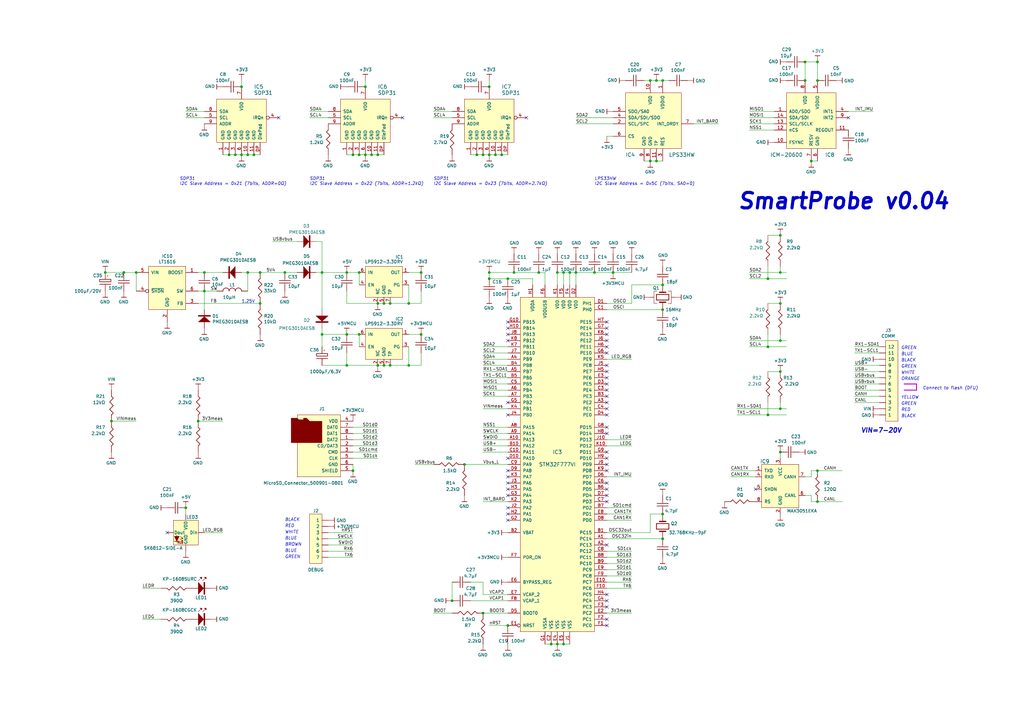
<source format=kicad_sch>
(kicad_sch (version 20231120) (generator "eeschema") (generator_version "8.0")
  (paper "A3")
  (title_block (title "SmartProbe v0.04 (Long Noze)") (date "2020-11-06") (rev "00") (company "ENAC Paparazzi GPL Project"))
  (junction (at 101.6 111.76))
  (junction (at 154.94 63.5))
  (junction (at 147.32 137.16))
  (junction (at 93.98 63.5))
  (junction (at 269.24 33.02))
  (junction (at 167.64 124.46))
  (junction (at 220.98 111.76))
  (junction (at 335.28 25.4))
  (junction (at 83.82 111.76))
  (junction (at 335.28 33.02))
  (junction (at 152.4 63.5))
  (junction (at 314.96 170.18))
  (junction (at 271.78 127))
  (junction (at 271.78 220.98))
  (junction (at 320.04 111.76))
  (junction (at 160.02 149.86))
  (junction (at 228.6 264.16))
  (junction (at 96.52 63.5))
  (junction (at 83.82 119.38))
  (junction (at 142.24 137.16))
  (junction (at 99.06 35.56))
  (junction (at 50.8 111.76))
  (junction (at 81.28 172.72))
  (junction (at 226.06 264.16))
  (junction (at 320.04 185.42))
  (junction (at 154.94 149.86))
  (junction (at 335.28 193.04))
  (junction (at 332.74 66.04))
  (junction (at 144.78 193.04))
  (junction (at 330.2 25.4))
  (junction (at 269.24 66.04))
  (junction (at 149.86 35.56))
  (junction (at 157.48 149.86))
  (junction (at 271.78 210.82))
  (junction (at 149.86 63.5))
  (junction (at 195.58 63.5))
  (junction (at 104.14 63.5))
  (junction (at 210.82 111.76))
  (junction (at 101.6 63.5))
  (junction (at 266.7 66.04))
  (junction (at 228.6 111.76))
  (junction (at 198.12 63.5))
  (junction (at 231.14 111.76))
  (junction (at 190.5 190.5))
  (junction (at 330.2 33.02))
  (junction (at 320.04 96.52))
  (junction (at 208.28 114.3))
  (junction (at 185.42 246.38))
  (junction (at 200.66 111.76))
  (junction (at 200.66 63.5))
  (junction (at 320.04 124.46))
  (junction (at 142.24 149.86))
  (junction (at 208.28 256.54))
  (junction (at 160.02 124.46))
  (junction (at 335.28 205.74))
  (junction (at 45.72 172.72))
  (junction (at 147.32 63.5))
  (junction (at 236.22 111.76))
  (junction (at 99.06 63.5))
  (junction (at 314.96 142.24))
  (junction (at 76.2 208.28))
  (junction (at 320.04 167.64))
  (junction (at 314.96 114.3))
  (junction (at 116.84 111.76))
  (junction (at 271.78 33.02))
  (junction (at 157.48 124.46))
  (junction (at 271.78 116.84))
  (junction (at 147.32 111.76))
  (junction (at 200.66 114.3))
  (junction (at 106.68 124.46))
  (junction (at 200.66 35.56))
  (junction (at 132.08 111.76))
  (junction (at 266.7 33.02))
  (junction (at 172.72 137.16))
  (junction (at 243.84 111.76))
  (junction (at 55.88 111.76))
  (junction (at 205.74 63.5))
  (junction (at 172.72 111.76))
  (junction (at 251.46 111.76))
  (junction (at 106.68 111.76))
  (junction (at 320.04 152.4))
  (junction (at 203.2 63.5))
  (junction (at 154.94 124.46))
  (junction (at 198.12 251.46))
  (junction (at 132.08 137.16))
  (junction (at 233.68 111.76))
  (junction (at 167.64 149.86))
  (junction (at 142.24 111.76))
  (junction (at 231.14 264.16))
  (junction (at 43.18 111.76))
  (junction (at 144.78 63.5))
  (junction (at 320.04 139.7))
  (no_connect (at 248.92 142.24))
  (no_connect (at 208.28 203.2))
  (no_connect (at 208.28 195.58))
  (no_connect (at 208.28 193.04))
  (no_connect (at 248.92 248.92))
  (no_connect (at 248.92 154.94))
  (no_connect (at 248.92 167.64))
  (no_connect (at 208.28 132.08))
  (no_connect (at 347.98 48.26))
  (no_connect (at 248.92 256.54))
  (no_connect (at 208.28 170.18))
  (no_connect (at 208.28 198.12))
  (no_connect (at 248.92 190.5))
  (no_connect (at 248.92 243.84))
  (no_connect (at 248.92 185.42))
  (no_connect (at 309.88 200.66))
  (no_connect (at 248.92 137.16))
  (no_connect (at 248.92 132.08))
  (no_connect (at 208.28 213.36))
  (no_connect (at 114.3 48.26))
  (no_connect (at 248.92 198.12))
  (no_connect (at 208.28 200.66))
  (no_connect (at 208.28 139.7))
  (no_connect (at 248.92 157.48))
  (no_connect (at 208.28 187.96))
  (no_connect (at 248.92 134.62))
  (no_connect (at 248.92 203.2))
  (no_connect (at 248.92 205.74))
  (no_connect (at 68.58 218.44))
  (no_connect (at 248.92 162.56))
  (no_connect (at 165.1 48.26))
  (no_connect (at 248.92 200.66))
  (no_connect (at 248.92 246.38))
  (no_connect (at 215.9 48.26))
  (no_connect (at 248.92 165.1))
  (no_connect (at 248.92 175.26))
  (no_connect (at 208.28 134.62))
  (no_connect (at 248.92 170.18))
  (no_connect (at 248.92 177.8))
  (no_connect (at 248.92 144.78))
  (no_connect (at 208.28 165.1))
  (no_connect (at 208.28 210.82))
  (no_connect (at 248.92 254))
  (no_connect (at 248.92 160.02))
  (no_connect (at 248.92 139.7))
  (no_connect (at 248.92 193.04))
  (no_connect (at 208.28 208.28))
  (no_connect (at 248.92 152.4))
  (no_connect (at 248.92 223.52))
  (no_connect (at 248.92 187.96))
  (no_connect (at 208.28 137.16))
  (no_connect (at 248.92 149.86))
  (wire (pts (xy 210.82 111.76) (xy 200.66 111.76)))
  (wire (pts (xy 248.92 195.58) (xy 259.08 195.58)))
  (wire (pts (xy 134.62 45.72) (xy 127 45.72)))
  (wire (pts (xy 172.72 144.78) (xy 172.72 149.86)))
  (wire (pts (xy 154.94 149.86) (xy 157.48 149.86)))
  (wire (pts (xy 226.06 264.16) (xy 223.52 264.16)))
  (wire (pts (xy 233.68 111.76) (xy 236.22 111.76)))
  (wire (pts (xy 266.7 218.44) (xy 248.92 218.44)))
  (wire (pts (xy 83.82 119.38) (xy 88.9 119.38)))
  (wire (pts (xy 167.64 137.16) (xy 172.72 137.16)))
  (wire (pts (xy 228.6 116.84) (xy 228.6 111.76)))
  (polyline (pts (xy 375.92 157.48) (xy 375.92 160.02)) (stroke (width 0.381) (type solid) (color 194 0 194 1)))
  (wire (pts (xy 360.68 152.4) (xy 350.52 152.4)))
  (wire (pts (xy 198.12 238.76) (xy 193.04 238.76)))
  (wire (pts (xy 360.68 154.94) (xy 350.52 154.94)))
  (wire (pts (xy 271.78 33.02) (xy 274.32 33.02)))
  (wire (pts (xy 332.74 205.74) (xy 335.28 205.74)))
  (wire (pts (xy 248.92 228.6) (xy 259.08 228.6)))
  (wire (pts (xy 330.2 33.02) (xy 330.2 25.4)))
  (wire (pts (xy 218.44 116.84) (xy 218.44 114.3)))
  (wire (pts (xy 307.34 139.7) (xy 320.04 139.7)))
  (wire (pts (xy 142.24 119.38) (xy 142.24 124.46)))
  (wire (pts (xy 335.28 66.04) (xy 332.74 66.04)))
  (wire (pts (xy 147.32 116.84) (xy 147.32 111.76)))
  (wire (pts (xy 332.74 195.58) (xy 332.74 193.04)))
  (wire (pts (xy 266.7 210.82) (xy 266.7 218.44)))
  (wire (pts (xy 160.02 124.46) (xy 167.64 124.46)))
  (wire (pts (xy 208.28 144.78) (xy 198.12 144.78)))
  (wire (pts (xy 320.04 137.16) (xy 320.04 139.7)))
  (wire (pts (xy 50.8 111.76) (xy 43.18 111.76)))
  (wire (pts (xy 132.08 137.16) (xy 142.24 137.16)))
  (wire (pts (xy 236.22 111.76) (xy 243.84 111.76)))
  (wire (pts (xy 99.06 63.5) (xy 101.6 63.5)))
  (wire (pts (xy 330.2 195.58) (xy 332.74 195.58)))
  (wire (pts (xy 185.42 48.26) (xy 177.8 48.26)))
  (wire (pts (xy 81.28 172.72) (xy 91.44 172.72)))
  (wire (pts (xy 83.82 111.76) (xy 91.44 111.76)))
  (wire (pts (xy 144.78 175.26) (xy 154.94 175.26)))
  (wire (pts (xy 259.08 124.46) (xy 259.08 116.84)))
  (wire (pts (xy 360.68 144.78) (xy 350.52 144.78)))
  (wire (pts (xy 233.68 264.16) (xy 231.14 264.16)))
  (wire (pts (xy 236.22 48.26) (xy 251.46 48.26)))
  (wire (pts (xy 147.32 142.24) (xy 147.32 137.16)))
  (wire (pts (xy 208.28 243.84) (xy 198.12 243.84)))
  (wire (pts (xy 269.24 66.04) (xy 266.7 66.04)))
  (wire (pts (xy 144.78 177.8) (xy 154.94 177.8)))
  (wire (pts (xy 208.28 114.3) (xy 200.66 114.3)))
  (wire (pts (xy 167.64 111.76) (xy 172.72 111.76)))
  (wire (pts (xy 147.32 63.5) (xy 149.86 63.5)))
  (wire (pts (xy 200.66 111.76) (xy 200.66 114.3)))
  (wire (pts (xy 185.42 251.46) (xy 177.8 251.46)))
  (wire (pts (xy 55.88 119.38) (xy 55.88 111.76)))
  (wire (pts (xy 320.04 152.4) (xy 314.96 152.4)))
  (wire (pts (xy 248.92 147.32) (xy 259.08 147.32)))
  (wire (pts (xy 132.08 111.76) (xy 142.24 111.76)))
  (wire (pts (xy 157.48 149.86) (xy 160.02 149.86)))
  (wire (pts (xy 198.12 243.84) (xy 198.12 238.76)))
  (wire (pts (xy 208.28 162.56) (xy 198.12 162.56)))
  (wire (pts (xy 307.34 114.3) (xy 314.96 114.3)))
  (wire (pts (xy 248.92 208.28) (xy 259.08 208.28)))
  (wire (pts (xy 317.5 48.26) (xy 307.34 48.26)))
  (wire (pts (xy 332.74 203.2) (xy 332.74 205.74)))
  (wire (pts (xy 198.12 149.86) (xy 208.28 149.86)))
  (wire (pts (xy 55.88 111.76) (xy 50.8 111.76)))
  (wire (pts (xy 208.28 190.5) (xy 190.5 190.5)))
  (wire (pts (xy 144.78 187.96) (xy 154.94 187.96)))
  (wire (pts (xy 259.08 213.36) (xy 248.92 213.36)))
  (wire (pts (xy 307.34 142.24) (xy 314.96 142.24)))
  (wire (pts (xy 132.08 142.24) (xy 132.08 137.16)))
  (wire (pts (xy 101.6 119.38) (xy 101.6 111.76)))
  (wire (pts (xy 248.92 238.76) (xy 259.08 238.76)))
  (wire (pts (xy 248.92 124.46) (xy 259.08 124.46)))
  (wire (pts (xy 314.96 114.3) (xy 322.58 114.3)))
  (wire (pts (xy 66.04 254) (xy 58.42 254)))
  (wire (pts (xy 149.86 63.5) (xy 152.4 63.5)))
  (wire (pts (xy 264.16 33.02) (xy 266.7 33.02)))
  (wire (pts (xy 320.04 165.1) (xy 320.04 167.64)))
  (wire (pts (xy 317.5 53.34) (xy 307.34 53.34)))
  (wire (pts (xy 208.28 177.8) (xy 198.12 177.8)))
  (wire (pts (xy 307.34 111.76) (xy 320.04 111.76)))
  (wire (pts (xy 233.68 116.84) (xy 233.68 111.76)))
  (wire (pts (xy 317.5 50.8) (xy 307.34 50.8)))
  (wire (pts (xy 142.24 63.5) (xy 144.78 63.5)))
  (wire (pts (xy 314.96 170.18) (xy 322.58 170.18)))
  (wire (pts (xy 218.44 114.3) (xy 208.28 114.3)))
  (wire (pts (xy 320.04 167.64) (xy 322.58 167.64)))
  (wire (pts (xy 177.8 190.5) (xy 170.18 190.5)))
  (wire (pts (xy 144.78 180.34) (xy 154.94 180.34)))
  (wire (pts (xy 314.96 165.1) (xy 314.96 170.18)))
  (wire (pts (xy 350.52 142.24) (xy 360.68 142.24)))
  (wire (pts (xy 320.04 111.76) (xy 322.58 111.76)))
  (wire (pts (xy 360.68 149.86) (xy 350.52 149.86)))
  (wire (pts (xy 132.08 111.76) (xy 132.08 99.06)))
  (wire (pts (xy 269.24 33.02) (xy 271.78 33.02)))
  (wire (pts (xy 134.62 48.26) (xy 127 48.26)))
  (wire (pts (xy 251.46 111.76) (xy 259.08 111.76)))
  (wire (pts (xy 248.92 231.14) (xy 259.08 231.14)))
  (wire (pts (xy 320.04 109.22) (xy 320.04 111.76)))
  (wire (pts (xy 134.62 228.6) (xy 144.78 228.6)))
  (wire (pts (xy 284.48 50.8) (xy 294.64 50.8)))
  (wire (pts (xy 157.48 124.46) (xy 160.02 124.46)))
  (wire (pts (xy 266.7 33.02) (xy 269.24 33.02)))
  (wire (pts (xy 248.92 241.3) (xy 259.08 241.3)))
  (wire (pts (xy 243.84 111.76) (xy 251.46 111.76)))
  (wire (pts (xy 266.7 210.82) (xy 271.78 210.82)))
  (wire (pts (xy 144.78 218.44) (xy 134.62 218.44)))
  (wire (pts (xy 81.28 119.38) (xy 83.82 119.38)))
  (wire (pts (xy 208.28 205.74) (xy 198.12 205.74)))
  (wire (pts (xy 360.68 157.48) (xy 350.52 157.48)))
  (wire (pts (xy 142.24 149.86) (xy 132.08 149.86)))
  (wire (pts (xy 185.42 45.72) (xy 177.8 45.72)))
  (wire (pts (xy 259.08 180.34) (xy 248.92 180.34)))
  (wire (pts (xy 208.28 246.38) (xy 193.04 246.38)))
  (wire (pts (xy 154.94 124.46) (xy 157.48 124.46)))
  (wire (pts (xy 198.12 147.32) (xy 208.28 147.32)))
  (wire (pts (xy 144.78 220.98) (xy 134.62 220.98)))
  (wire (pts (xy 332.74 193.04) (xy 335.28 193.04)))
  (wire (pts (xy 248.92 236.22) (xy 259.08 236.22)))
  (wire (pts (xy 314.96 96.52) (xy 320.04 96.52)))
  (wire (pts (xy 149.86 35.56) (xy 149.86 33.02)))
  (wire (pts (xy 193.04 63.5) (xy 195.58 63.5)))
  (wire (pts (xy 248.92 220.98) (xy 271.78 220.98)))
  (wire (pts (xy 195.58 63.5) (xy 198.12 63.5)))
  (wire (pts (xy 335.28 205.74) (xy 345.44 205.74)))
  (wire (pts (xy 93.98 63.5) (xy 96.52 63.5)))
  (wire (pts (xy 101.6 63.5) (xy 104.14 63.5)))
  (wire (pts (xy 330.2 25.4) (xy 335.28 25.4)))
  (wire (pts (xy 314.96 124.46) (xy 320.04 124.46)))
  (wire (pts (xy 172.72 149.86) (xy 167.64 149.86)))
  (wire (pts (xy 96.52 63.5) (xy 99.06 63.5)))
  (wire (pts (xy 360.68 160.02) (xy 350.52 160.02)))
  (wire (pts (xy 320.04 187.96) (xy 320.04 185.42)))
  (wire (pts (xy 132.08 137.16) (xy 132.08 134.62)))
  (wire (pts (xy 203.2 63.5) (xy 205.74 63.5)))
  (wire (pts (xy 198.12 63.5) (xy 200.66 63.5)))
  (wire (pts (xy 81.28 124.46) (xy 106.68 124.46)))
  (wire (pts (xy 248.92 226.06) (xy 259.08 226.06)))
  (wire (pts (xy 144.78 63.5) (xy 147.32 63.5)))
  (wire (pts (xy 134.62 223.52) (xy 144.78 223.52)))
  (wire (pts (xy 99.06 35.56) (xy 99.06 33.02)))
  (wire (pts (xy 236.22 50.8) (xy 251.46 50.8)))
  (wire (pts (xy 152.4 63.5) (xy 154.94 63.5)))
  (wire (pts (xy 134.62 226.06) (xy 144.78 226.06)))
  (wire (pts (xy 104.14 63.5) (xy 106.68 63.5)))
  (wire (pts (xy 302.26 167.64) (xy 320.04 167.64)))
  (wire (pts (xy 147.32 137.16) (xy 142.24 137.16)))
  (polyline (pts (xy 375.92 160.02) (xy 370.84 160.02)) (stroke (width 0.381) (type solid) (color 194 0 194 1)))
  (wire (pts (xy 154.94 63.5) (xy 157.48 63.5)))
  (wire (pts (xy 259.08 210.82) (xy 248.92 210.82)))
  (wire (pts (xy 160.02 149.86) (xy 167.64 149.86)))
  (wire (pts (xy 208.28 251.46) (xy 198.12 251.46)))
  (wire (pts (xy 314.96 137.16) (xy 314.96 142.24)))
  (wire (pts (xy 360.68 165.1) (xy 350.52 165.1)))
  (wire (pts (xy 106.68 111.76) (xy 116.84 111.76)))
  (wire (pts (xy 360.68 162.56) (xy 350.52 162.56)))
  (wire (pts (xy 266.7 66.04) (xy 264.16 66.04)))
  (wire (pts (xy 208.28 256.54) (xy 200.66 256.54)))
  (wire (pts (xy 200.66 63.5) (xy 203.2 63.5)))
  (wire (pts (xy 248.92 251.46) (xy 259.08 251.46)))
  (wire (pts (xy 314.96 109.22) (xy 314.96 114.3)))
  (wire (pts (xy 220.98 111.76) (xy 223.52 111.76)))
  (wire (pts (xy 99.06 111.76) (xy 101.6 111.76)))
  (wire (pts (xy 347.98 45.72) (xy 358.14 45.72)))
  (wire (pts (xy 248.92 233.68) (xy 259.08 233.68)))
  (wire (pts (xy 223.52 111.76) (xy 223.52 116.84)))
  (wire (pts (xy 208.28 175.26) (xy 198.12 175.26)))
  (wire (pts (xy 228.6 111.76) (xy 231.14 111.76)))
  (wire (pts (xy 330.2 203.2) (xy 332.74 203.2)))
  (wire (pts (xy 147.32 111.76) (xy 142.24 111.76)))
  (wire (pts (xy 335.28 193.04) (xy 345.44 193.04)))
  (wire (pts (xy 83.82 45.72) (xy 76.2 45.72)))
  (wire (pts (xy 208.28 157.48) (xy 198.12 157.48)))
  (wire (pts (xy 208.28 154.94) (xy 198.12 154.94)))
  (wire (pts (xy 228.6 264.16) (xy 226.06 264.16)))
  (wire (pts (xy 208.28 160.02) (xy 198.12 160.02)))
  (wire (pts (xy 132.08 99.06) (xy 129.54 99.06)))
  (wire (pts (xy 167.64 124.46) (xy 167.64 116.84)))
  (wire (pts (xy 144.78 185.42) (xy 154.94 185.42)))
  (wire (pts (xy 231.14 116.84) (xy 231.14 111.76)))
  (wire (pts (xy 251.46 55.88) (xy 248.92 55.88)))
  (wire (pts (xy 200.66 35.56) (xy 200.66 33.02)))
  (wire (pts (xy 208.28 142.24) (xy 198.12 142.24)))
  (wire (pts (xy 142.24 144.78) (xy 142.24 149.86)))
  (wire (pts (xy 231.14 264.16) (xy 228.6 264.16)))
  (wire (pts (xy 144.78 193.04) (xy 144.78 190.5)))
  (wire (pts (xy 154.94 124.46) (xy 142.24 124.46)))
  (wire (pts (xy 259.08 116.84) (xy 271.78 116.84)))
  (wire (pts (xy 144.78 182.88) (xy 154.94 182.88)))
  (wire (pts (xy 66.04 241.3) (xy 58.42 241.3)))
  (wire (pts (xy 172.72 119.38) (xy 172.72 124.46)))
  (wire (pts (xy 185.42 246.38) (xy 185.42 238.76)))
  (wire (pts (xy 116.84 111.76) (xy 121.92 111.76)))
  (wire (pts (xy 205.74 63.5) (xy 208.28 63.5)))
  (wire (pts (xy 259.08 182.88) (xy 248.92 182.88)))
  (wire (pts (xy 132.08 111.76) (xy 129.54 111.76)))
  (wire (pts (xy 317.5 45.72) (xy 307.34 45.72)))
  (wire (pts (xy 208.28 182.88) (xy 198.12 182.88)))
  (wire (pts (xy 45.72 172.72) (xy 55.88 172.72)))
  (wire (pts (xy 309.88 195.58) (xy 299.72 195.58)))
  (wire (pts (xy 132.08 111.76) (xy 132.08 127)))
  (wire (pts (xy 121.92 99.06) (xy 111.76 99.06)))
  (wire (pts (xy 208.28 180.34) (xy 198.12 180.34)))
  (wire (pts (xy 210.82 111.76) (xy 220.98 111.76)))
  (wire (pts (xy 231.14 111.76) (xy 233.68 111.76)))
  (wire (pts (xy 208.28 185.42) (xy 198.12 185.42)))
  (wire (pts (xy 83.82 127) (xy 83.82 119.38)))
  (wire (pts (xy 309.88 193.04) (xy 299.72 193.04)))
  (wire (pts (xy 236.22 116.84) (xy 236.22 111.76)))
  (wire (pts (xy 320.04 139.7) (xy 322.58 139.7)))
  (wire (pts (xy 83.82 48.26) (xy 76.2 48.26)))
  (wire (pts (xy 314.96 142.24) (xy 322.58 142.24)))
  (polyline (pts (xy 370.84 157.48) (xy 375.92 157.48)) (stroke (width 0.381) (type solid) (color 194 0 194 1)))
  (wire (pts (xy 76.2 210.82) (xy 76.2 208.28)))
  (wire (pts (xy 81.28 111.76) (xy 83.82 111.76)))
  (wire (pts (xy 167.64 149.86) (xy 167.64 142.24)))
  (wire (pts (xy 208.28 167.64) (xy 198.12 167.64)))
  (wire (pts (xy 271.78 66.04) (xy 269.24 66.04)))
  (wire (pts (xy 101.6 111.76) (xy 106.68 111.76)))
  (wire (pts (xy 248.92 127) (xy 271.78 127)))
  (wire (pts (xy 154.94 149.86) (xy 142.24 149.86)))
  (wire (pts (xy 91.44 63.5) (xy 93.98 63.5)))
  (wire (pts (xy 302.26 170.18) (xy 314.96 170.18)))
  (wire (pts (xy 83.82 218.44) (xy 91.44 218.44)))
  (wire (pts (xy 335.28 33.02) (xy 335.28 25.4)))
  (wire (pts (xy 172.72 124.46) (xy 167.64 124.46)))
  (wire (pts (xy 208.28 152.4) (xy 198.12 152.4)))
  (text "GREEN" (at 369.57 151.13 0) (effects (font (size 1.27 1.27) (italic yes)) (justify left bottom)))
  (text "BLACK" (at 116.84 213.995 0) (effects (font (size 1.27 1.27) (italic yes)) (justify left bottom)))
  (text "1.25V" (at 99.06 124.46 0) (effects (font (size 1.27 1.27)) (justify left bottom)))
  (text "ORANGE" (at 369.57 156.21 0) (effects (font (size 1.27 1.27) (italic yes)) (justify left bottom)))
  (text "BROWN" (at 116.84 224.155 0) (effects (font (size 1.27 1.27) (italic yes)) (justify left bottom)))
  (text "BLUE" (at 369.57 146.05 0) (effects (font (size 1.27 1.27) (italic yes)) (justify left bottom)))
  (text "WHITE" (at 369.57 153.67 0) (effects (font (size 1.27 1.27) (italic yes)) (justify left bottom)))
  (text "SDP31\nI2C Slave Address = 0x22 (7bits, ADDR=1.2kΩ)" (at 127 76.2 0) (effects (font (size 1.27 1.27) (italic yes)) (justify left bottom)))
  (text "SDP31\nI2C Slave Address = 0x21 (7bits, ADDR=0Ω)" (at 73.66 76.2 0) (effects (font (size 1.27 1.27) (italic yes)) (justify left bottom)))
  (text "VIN=7-20V" (at 353.06 177.8 0) (effects (font (size 1.905 1.905) (thickness 0.381) (bold yes) (italic yes)) (justify left bottom)))
  (text "BLACK" (at 369.57 148.59 0) (effects (font (size 1.27 1.27) (italic yes)) (justify left bottom)))
  (text "YELLOW" (at 369.57 163.83 0) (effects (font (size 1.27 1.27) (italic yes)) (justify left bottom)))
  (text "RED" (at 369.57 168.91 0) (effects (font (size 1.27 1.27) (italic yes)) (justify left bottom)))
  (text "GREEN" (at 116.84 229.235 0) (effects (font (size 1.27 1.27) (italic yes)) (justify left bottom)))
  (text "GREEN" (at 369.57 143.51 0) (effects (font (size 1.27 1.27) (italic yes)) (justify left bottom)))
  (text "LPS33HW\nI2C Slave Address = 0x5C (7bits, SA0=0)" (at 243.84 76.2 0) (effects (font (size 1.27 1.27) (italic yes)) (justify left bottom)))
  (text "RED" (at 116.84 216.535 0) (effects (font (size 1.27 1.27) (italic yes)) (justify left bottom)))
  (text "BLUE" (at 116.84 226.695 0) (effects (font (size 1.27 1.27) (italic yes)) (justify left bottom)))
  (text "BLACK" (at 369.57 171.45 0) (effects (font (size 1.27 1.27) (italic yes)) (justify left bottom)))
  (text "GREEN" (at 369.57 166.37 0) (effects (font (size 1.27 1.27) (italic yes)) (justify left bottom)))
  (text "SmartProbe v0.04" (at 302.26 86.36 0) (effects (font (size 6.35 6.35) (thickness 1.27) (bold yes) (italic yes)) (justify left bottom)))
  (text "BLUE" (at 116.84 221.615 0) (effects (font (size 1.27 1.27) (italic yes)) (justify left bottom)))
  (text "Connect to flash (DFU)" (at 378.46 160.02 0) (effects (font (size 1.27 1.27) (italic yes)) (justify left bottom)))
  (text "WHITE" (at 116.84 219.075 0) (effects (font (size 1.27 1.27) (italic yes)) (justify left bottom)))
  (text "SDP31\nI2C Slave Address = 0x23 (7bits, ADDR=2.7kΩ)" (at 177.8 76.2 0) (effects (font (size 1.27 1.27) (italic yes)) (justify left bottom)))
  (label "CANH" (at 337.82 193.04 0))
  (label "5V4" (at 109.22 111.76 0))
  (label "SDA4" (at 127 45.72 0))
  (label "SD1d2" (at 259.08 231.14 180))
  (label "TX6" (at 259.08 241.3 180))
  (label "OSCI" (at 251.46 127 0))
  (label "RX1-SDA1" (at 350.52 142.24 0))
  (label "INT_IMU" (at 259.08 195.58 180))
  (label "LEDR" (at 58.42 241.3 0))
  (label "LED_RGB" (at 259.08 147.32 180))
  (label "SCL2" (at 236.22 50.8 0))
  (label "CAN1RX" (at 299.72 195.58 0))
  (label "MOSI1" (at 307.34 48.26 0))
  (label "USBvbus" (at 111.76 99.06 0))
  (label "SD1d3" (at 259.08 228.6 180))
  (label "MISO1" (at 198.12 160.02 0))
  (label "SDA4" (at 198.12 147.32 0))
  (label "SW" (at 86.36 119.38 0))
  (label "SCK1" (at 307.34 50.8 0))
  (label "OSC32in" (at 259.08 220.98 180))
  (label "BOOT0" (at 200.66 251.46 0))
  (label "USBvbus" (at 350.52 157.48 0))
  (label "MISO1" (at 307.34 45.72 0))
  (label "SWDIO" (at 198.12 180.34 0))
  (label "SDA4" (at 177.8 45.72 0))
  (label "FB" (at 86.36 124.46 0))
  (label "NSS1" (at 198.12 175.26 0))
  (label "CANL" (at 350.52 165.1 0))
  (label "VCAP1" (at 200.66 246.38 0))
  (label "3V3meas" (at 91.44 172.72 180))
  (label "BOOT" (at 350.52 160.02 0))
  (label "CAN1TX" (at 259.08 210.82 180))
  (label "USBvbus" (at 170.18 190.5 0))
  (label "CAN1RX" (at 259.08 213.36 180))
  (label "NSS1" (at 307.34 53.34 0))
  (label "SD1cmd" (at 259.08 208.28 180))
  (label "SD1ck" (at 154.94 187.96 180))
  (label "SD1d0" (at 154.94 175.26 180))
  (label "SCL4" (at 307.34 142.24 0))
  (label "SD1cmd" (at 154.94 185.42 180))
  (label "VINmeas" (at 198.12 167.64 0))
  (label "SD1d1" (at 154.94 177.8 180))
  (label "BOOT" (at 177.8 251.46 0))
  (label "SCL4" (at 127 48.26 0))
  (label "SD1d3" (at 154.94 182.88 180))
  (label "TX1-SCL1" (at 350.52 144.78 0))
  (label "SWCLK" (at 198.12 177.8 0))
  (label "SDA4" (at 307.34 139.7 0))
  (label "MOSI1" (at 198.12 157.48 0))
  (label "RX6" (at 259.08 238.76 180))
  (label "SCL4" (at 76.2 48.26 0))
  (label "LEDR" (at 259.08 180.34 180))
  (label "SCL4" (at 177.8 48.26 0))
  (label "USB-" (at 198.12 185.42 0))
  (label "SD1d1" (at 259.08 233.68 180))
  (label "SD1d0" (at 259.08 236.22 180))
  (label "TX6" (at 144.78 228.6 180))
  (label "USB-" (at 350.52 152.4 0))
  (label "SCK1" (at 198.12 162.56 0))
  (label "SDA2" (at 236.22 48.26 0))
  (label "3V3meas" (at 259.08 251.46 180))
  (label "INT_IMU" (at 358.14 45.72 180))
  (label "LEDG" (at 259.08 182.88 180))
  (label "SWDIO" (at 144.78 223.52 180))
  (label "VCAP2" (at 200.66 243.84 0))
  (label "USB+" (at 198.12 182.88 0))
  (label "SD1d2" (at 154.94 180.34 180))
  (label "Vbus_L" (at 198.12 190.5 0))
  (label "SD1ck" (at 259.08 226.06 180))
  (label "RX1-SDA1" (at 198.12 152.4 0))
  (label "CANL" (at 337.82 205.74 0))
  (label "SCL4" (at 198.12 149.86 0))
  (label "nRST" (at 144.78 218.44 180))
  (label "TX1-SCL1" (at 198.12 154.94 0))
  (label "LEDG" (at 58.42 254 0))
  (label "SDA2" (at 307.34 111.76 0))
  (label "RX1-SDA1" (at 302.26 167.64 0))
  (label "TX1-SCL1" (at 302.26 170.18 0))
  (label "INT_BARO" (at 198.12 205.74 0))
  (label "USBvbus" (at 350.52 154.94 0))
  (label "OSC32out" (at 259.08 218.44 180))
  (label "LED_RGB" (at 91.44 218.44 180))
  (label "SDA4" (at 76.2 45.72 0))
  (label "USB+" (at 350.52 149.86 0))
  (label "SDA2" (at 198.12 142.24 0))
  (label "SCL2" (at 198.12 144.78 0))
  (label "CAN1TX" (at 299.72 193.04 0))
  (label "INT_BARO" (at 294.64 50.8 180))
  (label "SWCLK" (at 144.78 220.98 180))
  (label "OSCO" (at 251.46 124.46 0))
  (label "VINmeas" (at 55.88 172.72 180))
  (label "RX6" (at 144.78 226.06 180))
  (label "nRST" (at 200.66 256.54 0))
  (label "CANH" (at 350.52 162.56 0))
  (label "SCL2" (at 307.34 114.3 0))
  (symbol (lib_id "_GRZ_Passive:CAP") (at 271.78 132.08 0) (mirror x) (unit 1)
    (property "Reference" "C4" (at 275.59 130.81 0) (effects (justify left)))
    (property "Value" "18pF" (at 273.05 133.35 0) (effects (justify left)))
    (property "Footprint" "_Capacitors_GRZ:C_0402" (effects (hide yes)))
  )
  (symbol (lib_id "_GRZ_Power:+3V3MCU") (at 144.78 172.72 0) (unit 1)
    (property "Reference" "#PWR0162" (effects (hide yes)))
    (property "Value" "+3V3MCU" (at 144.78 168.2496 0))
  )
  (symbol (lib_id "_GRZ_Power:GND") (at 144.78 193.04 0) (unit 1)
    (property "Reference" "#PWR0161" (effects (hide yes)))
    (property "Value" "GND" (at 144.653 197.485 0))
  )
  (symbol (lib_id "_GRZ_IC_Misc:MAX3051EKA") (at 320.04 198.12 0) (unit 1)
    (property "Reference" "IC9" (at 313.69 189.23 0) (effects (font (size 1.524 1.524))))
    (property "Value" "MAX3051EKA" (at 328.93 209.55 0))
    (property "Footprint" "_IC_Misc_GRZ:MAX3051EKA" (effects (hide yes)))
  )
  (symbol (lib_id "_GRZ_Power:GND") (at 327.66 185.42 90) (unit 1)
    (property "Reference" "#PWR0113" (effects (hide yes)))
    (property "Value" "GND" (at 330.9366 185.547 90) (effects (justify right)))
  )
  (symbol (lib_id "_GRZ_Passive:CAP") (at 325.12 185.42 270) (unit 1)
    (property "Reference" "C23" (at 326.39 179.07 90))
    (property "Value" "100nF" (at 327.66 181.61 90))
    (property "Footprint" "_Capacitors_GRZ:C_0402" (effects (hide yes)))
  )
  (symbol (lib_id "_GRZ_Power:GND") (at 320.04 210.82 0) (unit 1)
    (property "Reference" "#PWR0151" (effects (hide yes)))
    (property "Value" "GND" (at 319.913 215.265 0))
  )
  (symbol (lib_id "_GRZ_Passive:RES1") (at 335.28 200.66 0) (unit 1)
    (property "Reference" "R2" (at 337.82 198.12 0) (effects (justify left)))
    (property "Value" "120Ω" (at 337.82 200.66 0) (effects (justify left)))
    (property "Footprint" "_Resistors_GRZ:R_0402" (effects (hide yes)))
  )
  (symbol (lib_id "_GRZ_Passive:CAP") (at 279.4 33.02 270) (unit 1)
    (property "Reference" "C7" (at 278.13 26.4922 90))
    (property "Value" "100nF" (at 278.13 28.8036 90))
    (property "Footprint" "_Capacitors_GRZ:C_0402" (effects (hide yes)))
  )
  (symbol (lib_id "_GRZ_Power:GND") (at 256.54 33.02 270) (unit 1)
    (property "Reference" "#PWR0147" (effects (hide yes)))
    (property "Value" "GND" (at 253.238 32.893 90) (effects (justify right)))
  )
  (symbol (lib_id "_GRZ_Power:GND") (at 210.82 104.14 180) (unit 1)
    (property "Reference" "#PWR0133" (effects (hide yes)))
    (property "Value" "GND" (at 210.947 99.6696 0))
  )
  (symbol (lib_id "_GRZ_Power:+3V3") (at 335.28 25.4 0) (unit 1)
    (property "Reference" "#PWR0142" (effects (hide yes)))
    (property "Value" "+3V3" (at 335.28 20.9296 0))
  )
  (symbol (lib_id "_GRZ_Passive:RES1") (at 302.26 205.74 270) (unit 1)
    (property "Reference" "R1" (at 303.53 200.7362 90))
    (property "Value" "0Ω" (at 303.53 203.0476 90))
    (property "Footprint" "_Resistors_GRZ:R_0402" (effects (hide yes)))
  )
  (symbol (lib_id "_GRZ_Power:GND") (at 297.18 205.74 0) (unit 1)
    (property "Reference" "#PWR0158" (effects (hide yes)))
    (property "Value" "GND" (at 297.053 210.185 0))
  )
  (symbol (lib_id "_GRZ_Sensors:LPS33HW") (at 269.24 50.8 0) (unit 1)
    (property "Reference" "IC4" (at 256.54 63.5 0) (effects (font (size 1.524 1.524)) (justify left)))
    (property "Value" "LPS33HW" (at 274.32 63.5 0) (effects (font (size 1.524 1.524)) (justify left)))
    (property "Footprint" "_Sensors_GRZ:LPS33HW" (effects (hide yes)))
  )
  (symbol (lib_id "_GRZ_Power:GND") (at 251.46 45.72 270) (unit 1)
    (property "Reference" "#PWR0102" (effects (hide yes)))
    (property "Value" "GND" (at 248.158 45.593 90) (effects (justify right)))
  )
  (symbol (lib_id "_GRZ_Power:+3V3MCU") (at 251.46 111.76 180) (unit 1)
    (property "Reference" "#PWR0125" (effects (hide yes)))
    (property "Value" "+3V3MCU" (at 251.46 116.205 0))
  )
  (symbol (lib_id "_GRZ_Connectors:MicroSD_Connector_500901-0801") (at 132.08 185.42 0) (unit 1)
    (property "Reference" "J1" (at 132.08 167.64 0))
    (property "Value" "MicroSD_Connector_500901-0801" (at 124.46 198.12 0))
    (property "Footprint" "_Connectors_GRZ:MicroSD_500901-0801" (effects (hide yes)))
  )
  (symbol (lib_id "_GRZ_Sensors:SDP31") (at 99.06 48.26 0) (unit 1)
    (property "Reference" "IC5" (at 104.14 35.56 0) (effects (font (size 1.524 1.524)) (justify left)))
    (property "Value" "SDP31" (at 104.14 38.1 0) (effects (font (size 1.524 1.524)) (justify left)))
    (property "Footprint" "_Sensors_GRZ:SDP31" (effects (hide yes)))
  )
  (symbol (lib_id "_GRZ_Power:GND") (at 99.06 63.5 0) (unit 1)
    (property "Reference" "#PWR0116" (effects (hide yes)))
    (property "Value" "GND" (at 98.933 67.945 0))
  )
  (symbol (lib_id "_GRZ_Power:+3V3") (at 99.06 33.02 0) (unit 1)
    (property "Reference" "#PWR0115" (effects (hide yes)))
    (property "Value" "+3V3" (at 99.06 28.5496 0))
  )
  (symbol (lib_id "_GRZ_Passive:CAP") (at 96.52 35.56 270) (unit 1)
    (property "Reference" "C8" (at 91.44 30.48 90))
    (property "Value" "100nF" (at 91.44 33.02 90))
    (property "Footprint" "_Capacitors_GRZ:C_0402" (effects (hide yes)))
  )
  (symbol (lib_id "_GRZ_Power:GND") (at 91.44 35.56 270) (unit 1)
    (property "Reference" "#PWR0114" (effects (hide yes)))
    (property "Value" "GND" (at 88.138 35.433 90) (effects (justify right)))
  )
  (symbol (lib_id "_GRZ_Power:+3V3") (at 320.04 124.46 0) (unit 1)
    (property "Reference" "#PWR05" (effects (hide yes)))
    (property "Value" "+3V3" (at 320.04 119.9896 0))
  )
  (symbol (lib_id "_GRZ_Passive:RES1") (at 320.04 132.08 0) (unit 1)
    (property "Reference" "R11" (at 322.58 127 0) (effects (justify left)))
    (property "Value" "2.2kΩ" (at 322.58 129.54 0) (effects (justify left)))
    (property "Footprint" "_Resistors_GRZ:R_0402" (effects (hide yes)))
  )
  (symbol (lib_id "_GRZ_Passive:RES1") (at 314.96 132.08 0) (unit 1)
    (property "Reference" "R10" (at 309.88 127 0) (effects (justify left)))
    (property "Value" "2.2kΩ" (at 307.34 129.54 0) (effects (justify left)))
    (property "Footprint" "_Resistors_GRZ:R_0402" (effects (hide yes)))
  )
  (symbol (lib_id "_GRZ_Power:GND") (at 83.82 50.8 0) (unit 1)
    (property "Reference" "#PWR0112" (effects (hide yes)))
    (property "Value" "GND" (at 83.693 55.245 0))
  )
  (symbol (lib_id "_GRZ_Sensors:SDP31") (at 149.86 48.26 0) (unit 1)
    (property "Reference" "IC6" (at 154.94 35.56 0) (effects (font (size 1.524 1.524)) (justify left)))
    (property "Value" "SDP31" (at 154.94 38.1 0) (effects (font (size 1.524 1.524)) (justify left)))
    (property "Footprint" "_Sensors_GRZ:SDP31" (effects (hide yes)))
  )
  (symbol (lib_id "_GRZ_Power:GND") (at 149.86 63.5 0) (unit 1)
    (property "Reference" "#PWR0111" (effects (hide yes)))
    (property "Value" "GND" (at 149.733 67.945 0))
  )
  (symbol (lib_id "_GRZ_Power:+3V3") (at 149.86 33.02 0) (unit 1)
    (property "Reference" "#PWR0110" (effects (hide yes)))
    (property "Value" "+3V3" (at 149.86 28.5496 0))
  )
  (symbol (lib_id "_GRZ_Passive:CAP") (at 147.32 35.56 270) (unit 1)
    (property "Reference" "C9" (at 142.24 30.48 90))
    (property "Value" "100nF" (at 142.24 33.02 90))
    (property "Footprint" "_Capacitors_GRZ:C_0402" (effects (hide yes)))
  )
  (symbol (lib_id "_GRZ_Power:GND") (at 142.24 35.56 270) (unit 1)
    (property "Reference" "#PWR0109" (effects (hide yes)))
    (property "Value" "GND" (at 138.938 35.433 90) (effects (justify right)))
  )
  (symbol (lib_id "_GRZ_Passive:RES1") (at 134.62 58.42 0) (unit 1)
    (property "Reference" "R5" (at 129.54 55.88 0) (effects (justify left)))
    (property "Value" "1.2kΩ" (at 127 58.42 0) (effects (justify left)))
    (property "Footprint" "_Resistors_GRZ:R_0402" (effects (hide yes)))
  )
  (symbol (lib_id "_GRZ_Power:GND") (at 134.62 63.5 0) (unit 1)
    (property "Reference" "#PWR0108" (effects (hide yes)))
    (property "Value" "GND" (at 134.493 67.945 0))
  )
  (symbol (lib_id "_GRZ_Misc:CRYSTAL_8Z") (at 271.78 121.92 90) (mirror x) (unit 1)
    (property "Reference" "Q1" (at 270.51 118.11 90) (effects (justify left)))
    (property "Value" "16MHz" (at 279.4 127 90) (effects (justify left)))
    (property "Footprint" "_Misc_GRZ:Crystal_8Z" (effects (hide yes)))
  )
  (symbol (lib_id "_GRZ_Passive:CAP") (at 142.24 139.7 0) (unit 1)
    (property "Reference" "C32" (at 135.89 139.7 0) (effects (justify left bottom)))
    (property "Value" "10µF" (at 135.89 143.51 0) (effects (justify left bottom)))
    (property "Footprint" "_Capacitors_GRZ:C_0603" (effects (hide yes)))
  )
  (symbol (lib_id "_GRZ_Power:GND") (at 154.94 149.86 0) (unit 1)
    (property "Reference" "#PWR0153" (effects (hide yes)))
    (property "Value" "GND" (at 154.813 154.305 0))
  )
  (symbol (lib_id "_GRZ_Power:+3V3MCU") (at 172.72 137.16 0) (unit 1)
    (property "Reference" "#PWR0154" (effects (hide yes)))
    (property "Value" "+3V3MCU" (at 172.72 132.6896 0))
  )
  (symbol (lib_id "_GRZ_Passive:CAP_POL") (at 132.08 144.78 0) (unit 1)
    (property "Reference" "C36" (at 127 143.51 0) (effects (justify left)))
    (property "Value" "1000µF/6.3V" (at 127 152.4 0) (effects (justify left)))
    (property "Footprint" "_Capacitors_GRZ:EIA_7360-38" (effects (hide yes)))
  )
  (symbol (lib_id "_GRZ_Passive:RES1") (at 314.96 104.14 0) (unit 1)
    (property "Reference" "R8" (at 309.88 99.06 0) (effects (justify left)))
    (property "Value" "2.2kΩ" (at 307.34 101.6 0) (effects (justify left)))
    (property "Footprint" "_Resistors_GRZ:R_0402" (effects (hide yes)))
  )
  (symbol (lib_id "_GRZ_Passive:RES1") (at 320.04 104.14 0) (unit 1)
    (property "Reference" "R9" (at 322.58 99.06 0) (effects (justify left)))
    (property "Value" "2.2kΩ" (at 322.58 101.6 0) (effects (justify left)))
    (property "Footprint" "_Resistors_GRZ:R_0402" (effects (hide yes)))
  )
  (symbol (lib_id "_GRZ_Regulators:LP5912-3.3DRV") (at 157.48 114.3 0) (unit 1)
    (property "Reference" "IC1" (at 163.83 105.41 0))
    (property "Value" "LP5912-3.3DRV" (at 157.48 107.3404 0))
    (property "Footprint" "_Regulators_GRZ:LP5912DRV" (effects (hide yes)))
  )
  (symbol (lib_id "_GRZ_Passive:CAP") (at 142.24 114.3 0) (unit 1)
    (property "Reference" "C30" (at 137.16 114.3 0) (effects (justify left bottom)))
    (property "Value" "10µF" (at 135.89 118.11 0) (effects (justify left bottom)))
    (property "Footprint" "_Capacitors_GRZ:C_0603" (effects (hide yes)))
  )
  (symbol (lib_id "_GRZ_Power:GND") (at 154.94 124.46 0) (unit 1)
    (property "Reference" "#PWR0152" (effects (hide yes)))
    (property "Value" "GND" (at 154.813 128.905 0))
  )
  (symbol (lib_id "_GRZ_Diodes:PMEG3010AESB") (at 132.08 129.54 270) (unit 1)
    (property "Reference" "D2" (at 124.46 132.08 90) (effects (justify left bottom)))
    (property "Value" "PMEG3010AESB" (at 114.3 134.62 90) (effects (justify left)))
    (property "Footprint" "_Diodes_GRZ:PMEG3010AESB" (effects (hide yes)))
  )
  (symbol (lib_id "_GRZ_Power:+3V3") (at 320.04 96.52 0) (unit 1)
    (property "Reference" "#PWR0123" (effects (hide yes)))
    (property "Value" "+3V3" (at 320.04 92.0496 0))
  )
  (symbol (lib_id "_GRZ_Power:GND") (at 208.28 264.16 0) (unit 1)
    (property "Reference" "#PWR0138" (effects (hide yes)))
    (property "Value" "GND" (at 208.153 268.605 0))
  )
  (symbol (lib_id "_GRZ_Power:GND") (at 198.12 264.16 0) (unit 1)
    (property "Reference" "#PWR0137" (effects (hide yes)))
    (property "Value" "GND" (at 197.993 268.605 0))
  )
  (symbol (lib_id "_GRZ_Power:+3V3MCU") (at 208.28 228.6 90) (unit 1)
    (property "Reference" "#PWR0121" (effects (hide yes)))
    (property "Value" "+3V3MCU" (at 204.978 228.6 90) (effects (justify left)))
  )
  (symbol (lib_id "_GRZ_Power:GND") (at 185.42 246.38 270) (unit 1)
    (property "Reference" "#PWR0135" (effects (hide yes)))
    (property "Value" "GND" (at 182.118 246.253 90) (effects (justify right)))
  )
  (symbol (lib_id "_GRZ_Power:+3V3") (at 269.24 33.02 0) (unit 1)
    (property "Reference" "#PWR0149" (effects (hide yes)))
    (property "Value" "+3V3" (at 269.24 28.5496 0))
  )
  (symbol (lib_id "_GRZ_Passive:CAP") (at 208.28 116.84 0) (unit 1)
    (property "Reference" "C25" (at 209.55 115.57 0) (effects (justify left)))
    (property "Value" "1µF" (at 209.55 120.65 0) (effects (justify left)))
    (property "Footprint" "_Capacitors_GRZ:C_0402" (effects (hide yes)))
  )
  (symbol (lib_id "_GRZ_Passive:CAP") (at 200.66 116.84 0) (unit 1)
    (property "Reference" "C16" (at 201.93 115.57 0) (effects (justify left)))
    (property "Value" "100nF" (at 201.93 120.65 0) (effects (justify left)))
    (property "Footprint" "_Capacitors_GRZ:C_0402" (effects (hide yes)))
  )
  (symbol (lib_id "_GRZ_Power:GND") (at 208.28 121.92 0) (unit 1)
    (property "Reference" "#PWR0134" (effects (hide yes)))
    (property "Value" "GND" (at 208.153 126.365 0))
  )
  (symbol (lib_id "_GRZ_Sensors:ICM-20600") (at 332.74 48.26 0) (unit 1)
    (property "Reference" "IC8" (at 340.36 63.5 0) (effects (font (size 1.524 1.524))))
    (property "Value" "ICM-20600" (at 322.58 63.5 0) (effects (font (size 1.524 1.524))))
    (property "Footprint" "_Sensors_GRZ:ICM-20600" (effects (hide yes)))
  )
  (symbol (lib_id "_GRZ_Passive:CAP") (at 347.98 55.88 0) (unit 1)
    (property "Reference" "C18" (at 350.52 55.88 0) (effects (justify left bottom)))
    (property "Value" "100nF" (at 350.52 58.42 0) (effects (justify left bottom)))
    (property "Footprint" "_Capacitors_GRZ:C_0402" (effects (hide yes)))
  )
  (symbol (lib_id "_GRZ_Power:GND") (at 332.74 66.04 0) (unit 1)
    (property "Reference" "#PWR0145" (effects (hide yes)))
    (property "Value" "GND" (at 332.613 70.485 0))
  )
  (symbol (lib_id "_GRZ_Passive:CAP") (at 327.66 33.02 270) (unit 1)
    (property "Reference" "C17" (at 322.58 27.94 90))
    (property "Value" "100nF" (at 322.58 30.48 90))
    (property "Footprint" "_Capacitors_GRZ:C_0402" (effects (hide yes)))
  )
  (symbol (lib_id "_GRZ_Passive:CAP") (at 327.66 25.4 270) (unit 1)
    (property "Reference" "C29" (at 322.58 20.32 90))
    (property "Value" "10µF" (at 322.58 22.86 90))
    (property "Footprint" "_Capacitors_GRZ:C_0603" (effects (hide yes)))
  )
  (symbol (lib_id "_GRZ_Power:GND") (at 200.66 121.92 0) (unit 1)
    (property "Reference" "#PWR0132" (effects (hide yes)))
    (property "Value" "GND" (at 200.533 126.365 0))
  )
  (symbol (lib_id "_GRZ_Power:GND") (at 322.58 25.4 270) (unit 1)
    (property "Reference" "#PWR0144" (effects (hide yes)))
    (property "Value" "GND" (at 319.278 25.273 90) (effects (justify right)))
  )
  (symbol (lib_id "_GRZ_Power:GND") (at 322.58 33.02 270) (unit 1)
    (property "Reference" "#PWR0143" (effects (hide yes)))
    (property "Value" "GND" (at 319.278 32.893 90) (effects (justify right)))
  )
  (symbol (lib_id "_GRZ_Power:GND") (at 220.98 104.14 180) (unit 1)
    (property "Reference" "#PWR0131" (effects (hide yes)))
    (property "Value" "GND" (at 221.107 99.6696 0))
  )
  (symbol (lib_id "_GRZ_Passive:CAP") (at 228.6 106.68 0) (unit 1)
    (property "Reference" "C12" (at 229.87 105.41 0) (effects (justify left)))
    (property "Value" "100nF" (at 229.87 110.49 0) (effects (justify left)))
    (property "Footprint" "_Capacitors_GRZ:C_0402" (effects (hide yes)))
  )
  (symbol (lib_id "_GRZ_Power:GND") (at 228.6 104.14 180) (unit 1)
    (property "Reference" "#PWR0130" (effects (hide yes)))
    (property "Value" "GND" (at 228.727 99.6696 0))
  )
  (symbol (lib_id "_GRZ_Power:GND") (at 271.78 134.62 0) (unit 1)
    (property "Reference" "#PWR0118" (effects (hide yes)))
    (property "Value" "GND" (at 271.653 139.065 0))
  )
  (symbol (lib_id "_GRZ_Power:GND") (at 271.78 109.22 180) (unit 1)
    (property "Reference" "#PWR0117" (effects (hide yes)))
    (property "Value" "GND" (at 271.907 104.7496 0))
  )
  (symbol (lib_id "_GRZ_Sensors:SDP31") (at 200.66 48.26 0) (unit 1)
    (property "Reference" "IC7" (at 205.74 35.56 0) (effects (font (size 1.524 1.524)) (justify left)))
    (property "Value" "SDP31" (at 205.74 38.1 0) (effects (font (size 1.524 1.524)) (justify left)))
    (property "Footprint" "_Sensors_GRZ:SDP31" (effects (hide yes)))
  )
  (symbol (lib_id "_GRZ_Power:GND") (at 200.66 63.5 0) (unit 1)
    (property "Reference" "#PWR0107" (effects (hide yes)))
    (property "Value" "GND" (at 200.533 67.945 0))
  )
  (symbol (lib_id "_GRZ_Power:+3V3") (at 200.66 33.02 0) (unit 1)
    (property "Reference" "#PWR0106" (effects (hide yes)))
    (property "Value" "+3V3" (at 200.66 28.5496 0))
  )
  (symbol (lib_id "_GRZ_Passive:CAP") (at 198.12 35.56 270) (unit 1)
    (property "Reference" "C10" (at 193.04 30.48 90))
    (property "Value" "100nF" (at 193.04 33.02 90))
    (property "Footprint" "_Capacitors_GRZ:C_0402" (effects (hide yes)))
  )
  (symbol (lib_id "_GRZ_Power:GND") (at 193.04 35.56 270) (unit 1)
    (property "Reference" "#PWR0105" (effects (hide yes)))
    (property "Value" "GND" (at 189.738 35.433 90) (effects (justify right)))
  )
  (symbol (lib_id "_GRZ_Passive:RES1") (at 185.42 58.42 0) (unit 1)
    (property "Reference" "R19" (at 180.34 55.88 0) (effects (justify left)))
    (property "Value" "2.7kΩ" (at 177.8 58.42 0) (effects (justify left)))
    (property "Footprint" "_Resistors_GRZ:R_0402" (effects (hide yes)))
  )
  (symbol (lib_id "_GRZ_Power:GND") (at 185.42 63.5 0) (unit 1)
    (property "Reference" "#PWR0104" (effects (hide yes)))
    (property "Value" "GND" (at 185.293 67.945 0))
  )
  (symbol (lib_id "_GRZ_Power:GND") (at 266.7 121.92 270) (mirror x) (unit 1)
    (property "Reference" "#PWR0167" (effects (hide yes)))
    (property "Value" "GND" (at 261.62 121.92 90))
  )
  (symbol (lib_id "_GRZ_Power:GND") (at 276.86 121.92 90) (mirror x) (unit 1)
    (property "Reference" "#PWR0166" (effects (hide yes)))
    (property "Value" "GND" (at 281.94 121.92 90))
  )
  (symbol (lib_id "_GRZ_Passive:CAP") (at 271.78 111.76 0) (mirror y) (unit 1)
    (property "Reference" "C3" (at 275.59 110.49 0) (effects (justify left)))
    (property "Value" "18pF" (at 278.13 115.57 0) (effects (justify left)))
    (property "Footprint" "_Capacitors_GRZ:C_0402" (effects (hide yes)))
  )
  (symbol (lib_id "_GRZ_Connectors:CON07") (at 134.62 213.36 0) (mirror y) (unit 1)
    (property "Reference" "J2" (at 129.54 209.55 0))
    (property "Value" "DEBUG" (at 129.54 233.68 0))
    (property "Footprint" "_Connectors_GRZ:PicoBlade_53261-0771" (effects (hide yes)))
  )
  (symbol (lib_id "_GRZ_MCU:STM32F777VI") (at 228.6 190.5 0) (unit 1)
    (property "Reference" "IC3" (at 228.6 185.42 0) (effects (font (size 1.524 1.524))))
    (property "Value" "STM32F777VI" (at 228.6 190.5 0) (effects (font (size 1.524 1.524))))
    (property "Footprint" "_MCU_GRZ:STM32F777VI" (effects (hide yes)))
  )
  (symbol (lib_id "_GRZ_Passive:RES1") (at 190.5 251.46 270) (unit 1)
    (property "Reference" "R7" (at 190.5 256.54 90) (effects (justify left)))
    (property "Value" "1.5kΩ" (at 189.23 254 90) (effects (justify left)))
    (property "Footprint" "_Resistors_GRZ:R_0402" (effects (hide yes)))
  )
  (symbol (lib_id "_GRZ_Passive:CAP") (at 172.72 139.7 0) (unit 1)
    (property "Reference" "C34" (at 173.99 139.7 0) (effects (justify left bottom)))
    (property "Value" "10µF" (at 173.99 143.51 0) (effects (justify left bottom)))
    (property "Footprint" "_Capacitors_GRZ:C_0603" (effects (hide yes)))
  )
  (symbol (lib_id "_GRZ_Passive:CAP") (at 172.72 114.3 0) (unit 1)
    (property "Reference" "C31" (at 173.99 114.3 0) (effects (justify left bottom)))
    (property "Value" "10µF" (at 173.99 118.11 0) (effects (justify left bottom)))
    (property "Footprint" "_Capacitors_GRZ:C_0603" (effects (hide yes)))
  )
  (symbol (lib_id "_GRZ_Passive:CAP") (at 190.5 246.38 270) (unit 1)
    (property "Reference" "C28" (at 193.04 241.3 90))
    (property "Value" "4.7µF" (at 193.04 243.84 90))
    (property "Footprint" "_Capacitors_GRZ:C_0402" (effects (hide yes)))
  )
  (symbol (lib_id "_GRZ_Passive:CAP") (at 190.5 238.76 270) (unit 1)
    (property "Reference" "C27" (at 193.04 233.68 90))
    (property "Value" "4.7µF" (at 193.04 236.22 90))
    (property "Footprint" "_Capacitors_GRZ:C_0402" (effects (hide yes)))
  )
  (symbol (lib_id "_GRZ_Power:GND") (at 266.7 66.04 0) (unit 1)
    (property "Reference" "#PWR0150" (effects (hide yes)))
    (property "Value" "GND" (at 266.573 70.485 0))
  )
  (symbol (lib_id "_GRZ_Power:GND") (at 281.94 33.02 90) (unit 1)
    (property "Reference" "#PWR0148" (effects (hide yes)))
    (property "Value" "GND" (at 285.2166 33.147 90) (effects (justify right)))
  )
  (symbol (lib_id "_GRZ_Power:+3V3") (at 248.92 55.88 180) (unit 1)
    (property "Reference" "#PWR0101" (effects (hide yes)))
    (property "Value" "+3V3" (at 248.92 60.325 0))
  )
  (symbol (lib_id "_GRZ_Power:+5VMCU") (at 142.24 137.16 0) (unit 1)
    (property "Reference" "#PWR0124" (effects (hide yes)))
    (property "Value" "+5VMCU" (at 142.24 132.6896 0))
  )
  (symbol (lib_id "_GRZ_Passive:CAP") (at 220.98 106.68 0) (unit 1)
    (property "Reference" "C24" (at 222.25 105.41 0) (effects (justify left)))
    (property "Value" "1µF" (at 222.25 110.49 0) (effects (justify left)))
    (property "Footprint" "_Capacitors_GRZ:C_0402" (effects (hide yes)))
  )
  (symbol (lib_id "_GRZ_Power:GND") (at 347.98 60.96 0) (unit 1)
    (property "Reference" "#PWR0146" (effects (hide yes)))
    (property "Value" "GND" (at 347.853 65.405 0))
  )
  (symbol (lib_id "_GRZ_Power:GND") (at 342.9 33.02 90) (unit 1)
    (property "Reference" "#PWR0141" (effects (hide yes)))
    (property "Value" "GND" (at 346.1766 33.147 90) (effects (justify right)))
  )
  (symbol (lib_id "_GRZ_Passive:CAP") (at 251.46 106.68 0) (unit 1)
    (property "Reference" "C15" (at 252.73 105.41 0) (effects (justify left)))
    (property "Value" "100nF" (at 252.73 110.49 0) (effects (justify left)))
    (property "Footprint" "_Capacitors_GRZ:C_0402" (effects (hide yes)))
  )
  (symbol (lib_id "_GRZ_Power:GND") (at 251.46 104.14 180) (unit 1)
    (property "Reference" "#PWR0127" (effects (hide yes)))
    (property "Value" "GND" (at 251.587 99.6696 0))
  )
  (symbol (lib_id "_GRZ_Passive:CAP") (at 259.08 106.68 0) (unit 1)
    (property "Reference" "C26" (at 260.35 105.41 0) (effects (justify left)))
    (property "Value" "4.7µF" (at 260.35 110.49 0) (effects (justify left)))
    (property "Footprint" "_Capacitors_GRZ:C_0402" (effects (hide yes)))
  )
  (symbol (lib_id "_GRZ_Power:GND") (at 259.08 104.14 180) (unit 1)
    (property "Reference" "#PWR0126" (effects (hide yes)))
    (property "Value" "GND" (at 259.207 99.6696 0))
  )
  (symbol (lib_id "_GRZ_Passive:RES1") (at 320.04 160.02 0) (mirror y) (unit 1)
    (property "Reference" "R13" (at 325.12 154.94 0) (effects (justify left)))
    (property "Value" "2.2kΩ" (at 327.66 157.48 0) (effects (justify left)))
    (property "Footprint" "_Resistors_GRZ:R_0402" (effects (hide yes)))
  )
  (symbol (lib_id "_GRZ_Passive:RES1") (at 314.96 160.02 0) (mirror y) (unit 1)
    (property "Reference" "R12" (at 312.42 154.94 0) (effects (justify left)))
    (property "Value" "2.2kΩ" (at 312.42 157.48 0) (effects (justify left)))
    (property "Footprint" "_Resistors_GRZ:R_0402" (effects (hide yes)))
  )
  (symbol (lib_id "_GRZ_Power:+3V3") (at 320.04 152.4 0) (mirror y) (unit 1)
    (property "Reference" "#PWR0103" (effects (hide yes)))
    (property "Value" "+3V3" (at 320.04 147.9296 0))
  )
  (symbol (lib_id "_GRZ_Passive:RES1") (at 45.72 167.64 0) (mirror y) (unit 1)
    (property "Reference" "R21" (at 43.18 162.56 0) (effects (justify left)))
    (property "Value" "12kΩ" (at 43.18 165.1 0) (effects (justify left)))
    (property "Footprint" "_Resistors_GRZ:R_0402" (effects (hide yes)))
  )
  (symbol (lib_id "_GRZ_Passive:RES1") (at 45.72 180.34 0) (mirror y) (unit 1)
    (property "Reference" "R17" (at 43.18 175.26 0) (effects (justify left)))
    (property "Value" "2.2kΩ" (at 43.18 177.8 0) (effects (justify left)))
    (property "Footprint" "_Resistors_GRZ:R_0402" (effects (hide yes)))
  )
  (symbol (lib_id "_GRZ_Power:GND") (at 45.72 185.42 0) (unit 1)
    (property "Reference" "#PWR07" (effects (hide yes)))
    (property "Value" "GND" (at 45.593 189.865 0))
  )
  (symbol (lib_id "_GRZ_Power:GND") (at 134.62 213.36 90) (unit 1)
    (property "Reference" "#PWR09" (effects (hide yes)))
    (property "Value" "GND" (at 137.922 213.487 90) (effects (justify right)))
  )
  (symbol (lib_id "_GRZ_Passive:RES1") (at 73.66 254 90) (unit 1)
    (property "Reference" "R4" (at 72.39 256.54 90))
    (property "Value" "390Ω" (at 72.39 259.08 90))
    (property "Footprint" "_Resistors_GRZ:R_0402" (effects (hide yes)))
  )
  (symbol (lib_id "_GRZ_Power:GND") (at 271.78 203.2 180) (unit 1)
    (property "Reference" "#PWR01" (effects (hide yes)))
    (property "Value" "GND" (at 271.907 198.7296 0))
  )
  (symbol (lib_id "_GRZ_Power:GND") (at 271.78 228.6 0) (unit 1)
    (property "Reference" "#PWR03" (effects (hide yes)))
    (property "Value" "GND" (at 271.653 233.045 0))
  )
  (symbol (lib_id "_GRZ_Passive:CAP") (at 271.78 226.06 0) (mirror x) (unit 1)
    (property "Reference" "C2" (at 275.59 224.79 0) (effects (justify left)))
    (property "Value" "4.7pF" (at 273.05 227.33 0) (effects (justify left)))
    (property "Footprint" "_Capacitors_GRZ:C_0402" (effects (hide yes)))
  )
  (symbol (lib_id "_GRZ_Passive:CAP") (at 271.78 205.74 0) (mirror y) (unit 1)
    (property "Reference" "C1" (at 275.59 204.47 0) (effects (justify left)))
    (property "Value" "4.7pF" (at 278.13 209.55 0) (effects (justify left)))
    (property "Footprint" "_Capacitors_GRZ:C_0402" (effects (hide yes)))
  )
  (symbol (lib_id "_GRZ_Misc:CRYSTAL_FC-135") (at 271.78 215.9 270) (unit 1)
    (property "Reference" "Q2" (at 275.1074 214.7316 90) (effects (justify left)))
    (property "Value" "32.768KHz-9pF" (at 274.32 218.44 90) (effects (justify left)))
    (property "Footprint" "_Misc_GRZ:Crystal_FC-135" (effects (hide yes)))
  )
  (symbol (lib_id "_GRZ_Diodes:PMEG3010AESB") (at 124.46 99.06 0) (unit 1)
    (property "Reference" "D3" (at 127 92.71 0) (effects (justify right)))
    (property "Value" "PMEG3010AESB" (at 133.35 95.25 0) (effects (justify right)))
    (property "Footprint" "_Diodes_GRZ:PMEG3010AESB" (effects (hide yes)))
  )
  (symbol (lib_id "_GRZ_Power:+3V3MCU") (at 134.62 215.9 270) (unit 1)
    (property "Reference" "#PWR0120" (effects (hide yes)))
    (property "Value" "+3V3MCU" (at 137.922 215.9 90) (effects (justify left)))
  )
  (symbol (lib_id "_GRZ_Power:+3V3") (at 208.28 218.44 90) (unit 1)
    (property "Reference" "#PWR0122" (effects (hide yes)))
    (property "Value" "+3V3" (at 205.0034 218.44 90) (effects (justify left)))
  )
  (symbol (lib_id "_GRZ_Power:GND") (at 86.36 241.3 90) (mirror x) (unit 1)
    (property "Reference" "#PWR0156" (effects (hide yes)))
    (property "Value" "GND" (at 89.662 241.173 90) (effects (justify right)))
  )
  (symbol (lib_id "_GRZ_Power:GND") (at 86.36 254 90) (mirror x) (unit 1)
    (property "Reference" "#PWR0157" (effects (hide yes)))
    (property "Value" "GND" (at 89.662 253.873 90) (effects (justify right)))
  )
  (symbol (lib_id "_GRZ_Power:GND") (at 190.5 203.2 0) (unit 1)
    (property "Reference" "#PWR02" (effects (hide yes)))
    (property "Value" "GND" (at 190.373 207.645 0))
  )
  (symbol (lib_id "_GRZ_Passive:RES1") (at 190.5 198.12 0) (unit 1)
    (property "Reference" "R14" (at 182.88 198.12 0) (effects (justify left)))
    (property "Value" "2.2kΩ" (at 182.88 200.66 0) (effects (justify left)))
    (property "Footprint" "_Resistors_GRZ:R_0402" (effects (hide yes)))
  )
  (symbol (lib_id "_GRZ_Passive:RES1") (at 182.88 190.5 270) (unit 1)
    (property "Reference" "R6" (at 182.88 187.96 90) (effects (justify left)))
    (property "Value" "1.5kΩ" (at 181.61 193.04 90) (effects (justify left)))
    (property "Footprint" "_Resistors_GRZ:R_0402" (effects (hide yes)))
  )
  (symbol (lib_id "_GRZ_Power:GND") (at 360.68 147.32 270) (mirror x) (unit 1)
    (property "Reference" "#PWR0164" (effects (hide yes)))
    (property "Value" "GND" (at 357.378 147.447 90) (effects (justify right)))
  )
  (symbol (lib_id "_GRZ_Power:GND") (at 360.68 170.18 270) (mirror x) (unit 1)
    (property "Reference" "#PWR0159" (effects (hide yes)))
    (property "Value" "GND" (at 357.378 170.307 90) (effects (justify right)))
  )
  (symbol (lib_id "_GRZ_Power:+3V3MCU") (at 200.66 111.76 0) (unit 1)
    (property "Reference" "#PWR0119" (effects (hide yes)))
    (property "Value" "+3V3MCU" (at 200.66 107.2896 0))
  )
  (symbol (lib_id "_GRZ_Regulators:LP5912-3.3DRV") (at 157.48 139.7 0) (unit 1)
    (property "Reference" "IC2" (at 163.83 130.81 0))
    (property "Value" "LP5912-3.3DRV" (at 157.48 132.7404 0))
    (property "Footprint" "_Regulators_GRZ:LP5912DRV" (effects (hide yes)))
  )
  (symbol (lib_id "_GRZ_Power:+3V3") (at 172.72 111.76 0) (unit 1)
    (property "Reference" "#PWR0155" (effects (hide yes)))
    (property "Value" "+3V3" (at 172.72 107.2896 0))
  )
  (symbol (lib_id "_GRZ_Passive:RES1") (at 73.66 241.3 90) (unit 1)
    (property "Reference" "R3" (at 72.39 243.84 90))
    (property "Value" "390Ω" (at 72.39 246.38 90))
    (property "Footprint" "_Resistors_GRZ:R_0402" (effects (hide yes)))
  )
  (symbol (lib_id "_GRZ_Opto:KP-1608SURC") (at 81.28 241.3 0) (unit 1)
    (property "Reference" "LED1" (at 82.55 245.11 0))
    (property "Value" "KP-1608SURC" (at 73.66 237.49 0))
    (property "Footprint" "_Opto_GRZ:KP-1608SURC" (effects (hide yes)))
  )
  (symbol (lib_id "_GRZ_Opto:KP-1608CGCK") (at 81.28 254 0) (unit 1)
    (property "Reference" "LED2" (at 82.55 257.81 0))
    (property "Value" "KP-1608CGCK" (at 73.66 250.19 0))
    (property "Footprint" "_Opto_GRZ:KP-1608CGCK" (effects (hide yes)))
  )
  (symbol (lib_id "_GRZ_Power:GND") (at 208.28 238.76 270) (unit 1)
    (property "Reference" "#PWR0139" (effects (hide yes)))
    (property "Value" "GND" (at 204.978 238.633 90) (effects (justify right)))
  )
  (symbol (lib_id "_GRZ_Passive:CAP") (at 208.28 259.08 0) (unit 1)
    (property "Reference" "C19" (at 204.47 262.89 0) (effects (justify left)))
    (property "Value" "100nF" (at 209.55 262.89 0) (effects (justify left)))
    (property "Footprint" "_Capacitors_GRZ:C_0402" (effects (hide yes)))
  )
  (symbol (lib_id "_GRZ_Passive:RES1") (at 198.12 259.08 0) (unit 1)
    (property "Reference" "R15" (at 193.04 260.35 0) (effects (justify left)))
    (property "Value" "2.2kΩ" (at 191.77 262.89 0) (effects (justify left)))
    (property "Footprint" "_Resistors_GRZ:R_0402" (effects (hide yes)))
  )
  (symbol (lib_id "_GRZ_Power:GND") (at 228.6 264.16 0) (unit 1)
    (property "Reference" "#PWR0136" (effects (hide yes)))
    (property "Value" "GND" (at 228.473 268.605 0))
  )
  (symbol (lib_id "_GRZ_Passive:CAP") (at 261.62 33.02 270) (unit 1)
    (property "Reference" "C20" (at 260.35 26.4922 90))
    (property "Value" "100nF" (at 260.35 28.8036 90))
    (property "Footprint" "_Capacitors_GRZ:C_0402" (effects (hide yes)))
  )
  (symbol (lib_id "_GRZ_Passive:CAP") (at 210.82 106.68 0) (unit 1)
    (property "Reference" "C11" (at 212.09 105.41 0) (effects (justify left)))
    (property "Value" "100nF" (at 212.09 110.49 0) (effects (justify left)))
    (property "Footprint" "_Capacitors_GRZ:C_0402" (effects (hide yes)))
  )
  (symbol (lib_id "_GRZ_Passive:CAP") (at 340.36 33.02 270) (unit 1)
    (property "Reference" "C5" (at 342.9 27.94 90))
    (property "Value" "10nF" (at 342.9 30.48 90))
    (property "Footprint" "_Capacitors_GRZ:C_0402" (effects (hide yes)))
  )
  (symbol (lib_id "_GRZ_Power:GND") (at 317.5 58.42 270) (unit 1)
    (property "Reference" "#PWR0140" (effects (hide yes)))
    (property "Value" "GND" (at 314.198 58.293 90) (effects (justify right)))
  )
  (symbol (lib_id "_GRZ_Passive:CAP") (at 236.22 106.68 0) (unit 1)
    (property "Reference" "C13" (at 237.49 105.41 0) (effects (justify left)))
    (property "Value" "100nF" (at 237.49 110.49 0) (effects (justify left)))
    (property "Footprint" "_Capacitors_GRZ:C_0402" (effects (hide yes)))
  )
  (symbol (lib_id "_GRZ_Power:GND") (at 236.22 104.14 180) (unit 1)
    (property "Reference" "#PWR0129" (effects (hide yes)))
    (property "Value" "GND" (at 236.347 99.6696 0))
  )
  (symbol (lib_id "_GRZ_Passive:CAP") (at 243.84 106.68 0) (unit 1)
    (property "Reference" "C14" (at 245.11 105.41 0) (effects (justify left)))
    (property "Value" "100nF" (at 245.11 110.49 0) (effects (justify left)))
    (property "Footprint" "_Capacitors_GRZ:C_0402" (effects (hide yes)))
  )
  (symbol (lib_id "_GRZ_Power:GND") (at 243.84 104.14 180) (unit 1)
    (property "Reference" "#PWR0128" (effects (hide yes)))
    (property "Value" "GND" (at 243.967 99.6696 0))
  )
  (symbol (lib_id "_GRZ_Power:+5V") (at 76.2 208.28 0) (unit 1)
    (property "Reference" "#PWR0174" (effects (hide yes)))
    (property "Value" "+5V" (at 76.2 203.835 0))
  )
  (symbol (lib_id "_GRZ_Power:+3V3") (at 320.04 185.42 0) (unit 1)
    (property "Reference" "#PWR0175" (effects (hide yes)))
    (property "Value" "+3V3" (at 320.04 180.975 0))
  )
  (symbol (lib_id "_GRZ_Power:VIN") (at 45.72 160.02 0) (unit 1)
    (property "Reference" "#PWR0176" (effects (hide yes)))
    (property "Value" "VIN" (at 45.72 155.575 0))
  )
  (symbol (lib_id "_GRZ_Passive:RES1") (at 81.28 167.64 0) (mirror y) (unit 1)
    (property "Reference" "R18" (at 78.74 162.56 0) (effects (justify left)))
    (property "Value" "2.2kΩ" (at 78.74 165.1 0) (effects (justify left)))
    (property "Footprint" "_Resistors_GRZ:R_0402" (effects (hide yes)))
  )
  (symbol (lib_id "_GRZ_Passive:RES1") (at 81.28 180.34 0) (mirror y) (unit 1)
    (property "Reference" "R16" (at 78.74 175.26 0) (effects (justify left)))
    (property "Value" "2.2kΩ" (at 78.74 177.8 0) (effects (justify left)))
    (property "Footprint" "_Resistors_GRZ:R_0402" (effects (hide yes)))
  )
  (symbol (lib_id "_GRZ_Power:GND") (at 81.28 185.42 0) (unit 1)
    (property "Reference" "#PWR0177" (effects (hide yes)))
    (property "Value" "GND" (at 81.153 189.865 0))
  )
  (symbol (lib_id "_GRZ_Power:+3V3") (at 81.28 160.02 0) (unit 1)
    (property "Reference" "#PWR0178" (effects (hide yes)))
    (property "Value" "+3V3" (at 81.28 155.5496 0))
  )
  (symbol (lib_id "_GRZ_Regulators:LT1616") (at 68.58 116.84 0) (unit 1)
    (property "Reference" "IC10" (at 68.58 105.029 0))
    (property "Value" "LT1616" (at 68.58 107.3404 0))
    (property "Footprint" "_Regulators_GRZ:LT1616" (effects (hide yes)))
  )
  (symbol (lib_id "_GRZ_Passive:INDUCTOR") (at 93.98 119.38 90) (unit 1)
    (property "Reference" "L1" (at 95.25 116.84 90))
    (property "Value" "10µH" (at 93.98 121.92 90))
    (property "Footprint" "_Inductors_GRZ:VLCF4020T" (effects (hide yes)))
  )
  (symbol (lib_id "_GRZ_Diodes:PMEG3010AESB") (at 96.52 111.76 180) (unit 1)
    (property "Reference" "D4" (at 96.52 104.14 0) (effects (justify right)))
    (property "Value" "PMEG3010AESB" (at 90.17 106.68 0) (effects (justify right)))
    (property "Footprint" "_Diodes_GRZ:PMEG3010AESB" (effects (hide yes)))
  )
  (symbol (lib_id "_GRZ_Diodes:PMEG3010AESB") (at 83.82 132.08 90) (unit 1)
    (property "Reference" "D1" (at 87.0204 129.6416 90) (effects (justify right)))
    (property "Value" "PMEG3010AESB" (at 87.0204 131.953 90) (effects (justify right)))
    (property "Footprint" "_Diodes_GRZ:PMEG3010AESB" (effects (hide yes)))
  )
  (symbol (lib_id "_GRZ_Passive:CAP") (at 83.82 114.3 0) (unit 1)
    (property "Reference" "C6" (at 86.868 114.4016 0) (effects (justify left)))
    (property "Value" "10nF" (at 86.868 116.713 0) (effects (justify left)))
    (property "Footprint" "_Capacitors_GRZ:C_0402" (effects (hide yes)))
  )
  (symbol (lib_id "_GRZ_Power:GND") (at 68.58 132.08 0) (unit 1)
    (property "Reference" "#PWR0179" (effects (hide yes)))
    (property "Value" "GND" (at 68.453 136.525 0))
  )
  (symbol (lib_id "_GRZ_Power:GND") (at 83.82 134.62 0) (unit 1)
    (property "Reference" "#PWR0180" (effects (hide yes)))
    (property "Value" "GND" (at 83.693 139.065 0))
  )
  (symbol (lib_id "_GRZ_Passive:RES1") (at 106.68 119.38 0) (unit 1)
    (property "Reference" "R22" (at 108.204 116.9416 0) (effects (justify left)))
    (property "Value" "33kΩ" (at 108.204 119.253 0) (effects (justify left)))
    (property "Footprint" "_Resistors_GRZ:R_0402" (effects (hide yes)))
  )
  (symbol (lib_id "_GRZ_Passive:RES1") (at 106.68 132.08 0) (unit 1)
    (property "Reference" "R20" (at 108.204 129.6416 0) (effects (justify left)))
    (property "Value" "10kΩ" (at 108.204 131.953 0) (effects (justify left)))
    (property "Footprint" "_Resistors_GRZ:R_0402" (effects (hide yes)))
  )
  (symbol (lib_id "_GRZ_Power:GND") (at 106.68 137.16 0) (unit 1)
    (property "Reference" "#PWR0181" (effects (hide yes)))
    (property "Value" "GND" (at 106.553 141.605 0))
  )
  (symbol (lib_id "_GRZ_Passive:CAP") (at 116.84 114.3 0) (unit 1)
    (property "Reference" "C33" (at 118.11 114.3 0) (effects (justify left bottom)))
    (property "Value" "10µF" (at 118.11 118.11 0) (effects (justify left bottom)))
    (property "Footprint" "_Capacitors_GRZ:C_0603" (effects (hide yes)))
  )
  (symbol (lib_id "_GRZ_Power:GND") (at 116.84 119.38 0) (unit 1)
    (property "Reference" "#PWR0182" (effects (hide yes)))
    (property "Value" "GND" (at 116.713 123.825 0))
  )
  (symbol (lib_id "_GRZ_Power:GND") (at 50.8 119.38 0) (unit 1)
    (property "Reference" "#PWR0183" (effects (hide yes)))
    (property "Value" "GND" (at 50.673 123.825 0))
  )
  (symbol (lib_id "_GRZ_Passive:CAP") (at 50.8 114.3 0) (unit 1)
    (property "Reference" "C22" (at 46.99 113.03 0) (effects (justify left)))
    (property "Value" "100nF" (at 44.45 118.11 0) (effects (justify left)))
    (property "Footprint" "_Capacitors_GRZ:C_0402" (effects (hide yes)))
  )
  (symbol (lib_id "_GRZ_Passive:CAP_POL") (at 43.18 114.3 0) (unit 1)
    (property "Reference" "C35" (at 38.1 113.03 0) (effects (justify left)))
    (property "Value" "100µF/20V" (at 30.48 119.38 0) (effects (justify left)))
    (property "Footprint" "_Capacitors_GRZ:EIA_7343-31" (effects (hide yes)))
  )
  (symbol (lib_id "_GRZ_Power:GND") (at 43.18 119.38 0) (unit 1)
    (property "Reference" "#PWR0184" (effects (hide yes)))
    (property "Value" "GND" (at 43.053 123.825 0))
  )
  (symbol (lib_id "_GRZ_Power:VIN") (at 43.18 111.76 0) (unit 1)
    (property "Reference" "#PWR0185" (effects (hide yes)))
    (property "Value" "VIN" (at 43.18 107.315 0))
  )
  (symbol (lib_id "_GRZ_Power:+5V") (at 142.24 111.76 0) (unit 1)
    (property "Reference" "#PWR0186" (effects (hide yes)))
    (property "Value" "+5V" (at 142.24 107.315 0))
  )
  (symbol (lib_id "_GRZ_Opto:SK6812-SIDE-A") (at 76.2 218.44 0) (mirror y) (unit 1)
    (property "Reference" "LED3" (at 81.28 212.09 0) (effects (justify left)))
    (property "Value" "SK6812-SIDE-A" (at 74.93 224.79 0) (effects (justify left)))
    (property "Footprint" "_Opto_GRZ:SK6812-SIDE-A" (effects (hide yes)))
  )
  (symbol (lib_id "_GRZ_Power:GND") (at 76.2 226.06 0) (unit 1)
    (property "Reference" "#PWR0163" (effects (hide yes)))
    (property "Value" "GND" (at 76.073 230.505 0))
  )
  (symbol (lib_id "_GRZ_Passive:CAP") (at 73.66 208.28 270) (unit 1)
    (property "Reference" "C21" (at 68.58 200.66 90))
    (property "Value" "100nF" (at 68.58 203.2 90))
    (property "Footprint" "_Capacitors_GRZ:C_0402" (effects (hide yes)))
  )
  (symbol (lib_id "_GRZ_Power:GND") (at 68.58 208.28 270) (unit 1)
    (property "Reference" "#PWR0170" (effects (hide yes)))
    (property "Value" "GND" (at 65.278 208.153 90) (effects (justify right)))
  )
  (symbol (lib_id "_GRZ_Power:VIN") (at 360.68 167.64 90) (unit 1)
    (property "Reference" "#PWR0187" (effects (hide yes)))
    (property "Value" "VIN" (at 357.4034 167.64 90) (effects (justify left)))
  )
  (symbol (lib_id "_GRZ_Diodes:PMEG3010AESB") (at 124.46 111.76 0) (unit 1)
    (property "Reference" "D5" (at 125.73 105.0798 0))
    (property "Value" "PMEG3010AESB" (at 123.19 107.95 0))
    (property "Footprint" "_Diodes_GRZ:PMEG3010AESB" (effects (hide yes)))
  )
  (symbol (lib_id "_GRZ_Connectors:CON12") (at 365.76 157.48 0) (mirror x) (unit 1)
    (property "Reference" "J3" (at 364.2868 135.509 0))
    (property "Value" "COMM" (at 364.2868 137.8204 0))
    (property "Footprint" "_Connectors_GRZ:PicoBlade_53048-1210" (effects (hide yes)))
  )
)
</source>
